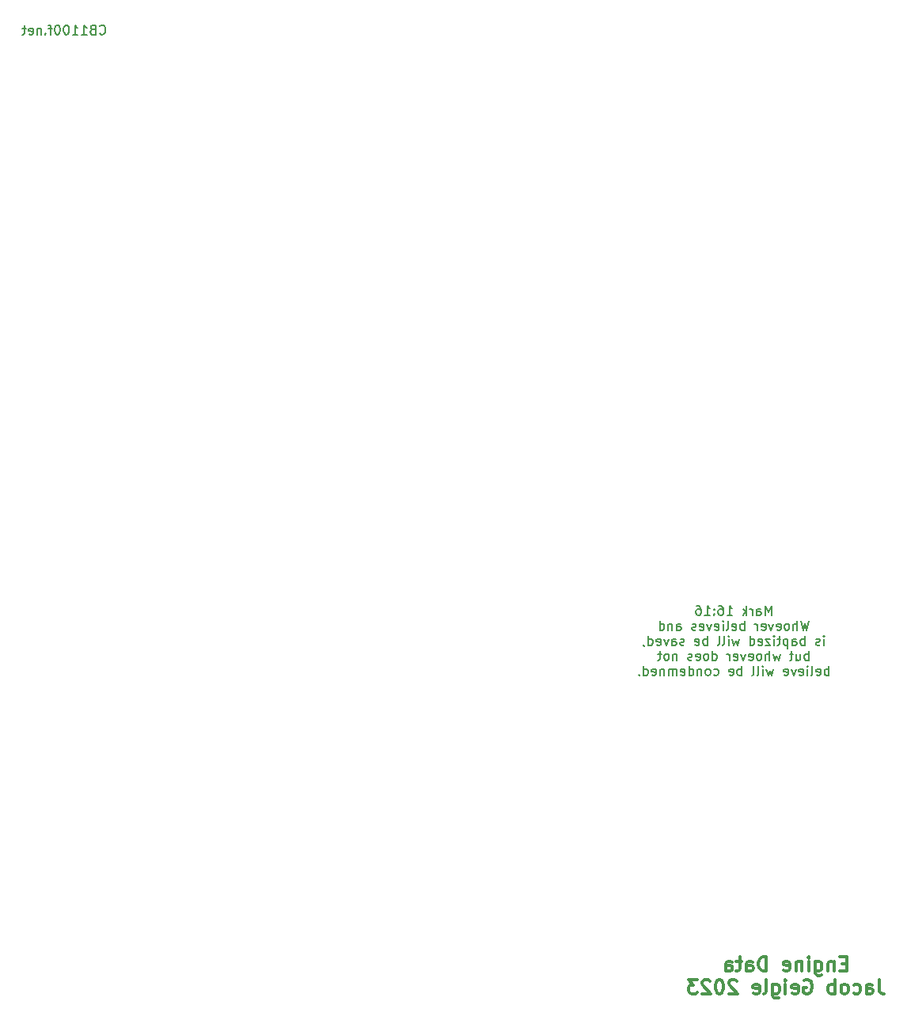
<source format=gbr>
%TF.GenerationSoftware,KiCad,Pcbnew,6.0.2+dfsg-1*%
%TF.CreationDate,2023-06-13T19:55:06-04:00*%
%TF.ProjectId,EngineData,456e6769-6e65-4446-9174-612e6b696361,rev?*%
%TF.SameCoordinates,Original*%
%TF.FileFunction,Legend,Bot*%
%TF.FilePolarity,Positive*%
%FSLAX46Y46*%
G04 Gerber Fmt 4.6, Leading zero omitted, Abs format (unit mm)*
G04 Created by KiCad (PCBNEW 6.0.2+dfsg-1) date 2023-06-13 19:55:06*
%MOMM*%
%LPD*%
G01*
G04 APERTURE LIST*
%ADD10C,0.150000*%
%ADD11C,0.300000*%
%ADD12R,1.800000X1.800000*%
%ADD13O,1.800000X1.800000*%
%ADD14C,2.700000*%
%ADD15R,1.700000X1.700000*%
%ADD16O,1.700000X1.700000*%
%ADD17R,1.600000X1.600000*%
%ADD18C,1.600000*%
%ADD19R,1.260000X1.260000*%
%ADD20C,1.260000*%
%ADD21O,2.000000X2.000000*%
%ADD22R,1.050000X1.500000*%
%ADD23O,1.050000X1.500000*%
%ADD24R,2.200000X2.200000*%
%ADD25O,2.200000X2.200000*%
G04 APERTURE END LIST*
D10*
X181315809Y-113818380D02*
X181315809Y-112818380D01*
X180982476Y-113532666D01*
X180649142Y-112818380D01*
X180649142Y-113818380D01*
X179744380Y-113818380D02*
X179744380Y-113294571D01*
X179792000Y-113199333D01*
X179887238Y-113151714D01*
X180077714Y-113151714D01*
X180172952Y-113199333D01*
X179744380Y-113770761D02*
X179839619Y-113818380D01*
X180077714Y-113818380D01*
X180172952Y-113770761D01*
X180220571Y-113675523D01*
X180220571Y-113580285D01*
X180172952Y-113485047D01*
X180077714Y-113437428D01*
X179839619Y-113437428D01*
X179744380Y-113389809D01*
X179268190Y-113818380D02*
X179268190Y-113151714D01*
X179268190Y-113342190D02*
X179220571Y-113246952D01*
X179172952Y-113199333D01*
X179077714Y-113151714D01*
X178982476Y-113151714D01*
X178649142Y-113818380D02*
X178649142Y-112818380D01*
X178553904Y-113437428D02*
X178268190Y-113818380D01*
X178268190Y-113151714D02*
X178649142Y-113532666D01*
X176553904Y-113818380D02*
X177125333Y-113818380D01*
X176839619Y-113818380D02*
X176839619Y-112818380D01*
X176934857Y-112961238D01*
X177030095Y-113056476D01*
X177125333Y-113104095D01*
X175696761Y-112818380D02*
X175887238Y-112818380D01*
X175982476Y-112866000D01*
X176030095Y-112913619D01*
X176125333Y-113056476D01*
X176172952Y-113246952D01*
X176172952Y-113627904D01*
X176125333Y-113723142D01*
X176077714Y-113770761D01*
X175982476Y-113818380D01*
X175792000Y-113818380D01*
X175696761Y-113770761D01*
X175649142Y-113723142D01*
X175601523Y-113627904D01*
X175601523Y-113389809D01*
X175649142Y-113294571D01*
X175696761Y-113246952D01*
X175792000Y-113199333D01*
X175982476Y-113199333D01*
X176077714Y-113246952D01*
X176125333Y-113294571D01*
X176172952Y-113389809D01*
X175172952Y-113723142D02*
X175125333Y-113770761D01*
X175172952Y-113818380D01*
X175220571Y-113770761D01*
X175172952Y-113723142D01*
X175172952Y-113818380D01*
X175172952Y-113199333D02*
X175125333Y-113246952D01*
X175172952Y-113294571D01*
X175220571Y-113246952D01*
X175172952Y-113199333D01*
X175172952Y-113294571D01*
X174172952Y-113818380D02*
X174744380Y-113818380D01*
X174458666Y-113818380D02*
X174458666Y-112818380D01*
X174553904Y-112961238D01*
X174649142Y-113056476D01*
X174744380Y-113104095D01*
X173315809Y-112818380D02*
X173506285Y-112818380D01*
X173601523Y-112866000D01*
X173649142Y-112913619D01*
X173744380Y-113056476D01*
X173792000Y-113246952D01*
X173792000Y-113627904D01*
X173744380Y-113723142D01*
X173696761Y-113770761D01*
X173601523Y-113818380D01*
X173411047Y-113818380D01*
X173315809Y-113770761D01*
X173268190Y-113723142D01*
X173220571Y-113627904D01*
X173220571Y-113389809D01*
X173268190Y-113294571D01*
X173315809Y-113246952D01*
X173411047Y-113199333D01*
X173601523Y-113199333D01*
X173696761Y-113246952D01*
X173744380Y-113294571D01*
X173792000Y-113389809D01*
X185315809Y-114428380D02*
X185077714Y-115428380D01*
X184887238Y-114714095D01*
X184696761Y-115428380D01*
X184458666Y-114428380D01*
X184077714Y-115428380D02*
X184077714Y-114428380D01*
X183649142Y-115428380D02*
X183649142Y-114904571D01*
X183696761Y-114809333D01*
X183792000Y-114761714D01*
X183934857Y-114761714D01*
X184030095Y-114809333D01*
X184077714Y-114856952D01*
X183030095Y-115428380D02*
X183125333Y-115380761D01*
X183172952Y-115333142D01*
X183220571Y-115237904D01*
X183220571Y-114952190D01*
X183172952Y-114856952D01*
X183125333Y-114809333D01*
X183030095Y-114761714D01*
X182887238Y-114761714D01*
X182792000Y-114809333D01*
X182744380Y-114856952D01*
X182696761Y-114952190D01*
X182696761Y-115237904D01*
X182744380Y-115333142D01*
X182792000Y-115380761D01*
X182887238Y-115428380D01*
X183030095Y-115428380D01*
X181887238Y-115380761D02*
X181982476Y-115428380D01*
X182172952Y-115428380D01*
X182268190Y-115380761D01*
X182315809Y-115285523D01*
X182315809Y-114904571D01*
X182268190Y-114809333D01*
X182172952Y-114761714D01*
X181982476Y-114761714D01*
X181887238Y-114809333D01*
X181839619Y-114904571D01*
X181839619Y-114999809D01*
X182315809Y-115095047D01*
X181506285Y-114761714D02*
X181268190Y-115428380D01*
X181030095Y-114761714D01*
X180268190Y-115380761D02*
X180363428Y-115428380D01*
X180553904Y-115428380D01*
X180649142Y-115380761D01*
X180696761Y-115285523D01*
X180696761Y-114904571D01*
X180649142Y-114809333D01*
X180553904Y-114761714D01*
X180363428Y-114761714D01*
X180268190Y-114809333D01*
X180220571Y-114904571D01*
X180220571Y-114999809D01*
X180696761Y-115095047D01*
X179792000Y-115428380D02*
X179792000Y-114761714D01*
X179792000Y-114952190D02*
X179744380Y-114856952D01*
X179696761Y-114809333D01*
X179601523Y-114761714D01*
X179506285Y-114761714D01*
X178411047Y-115428380D02*
X178411047Y-114428380D01*
X178411047Y-114809333D02*
X178315809Y-114761714D01*
X178125333Y-114761714D01*
X178030095Y-114809333D01*
X177982476Y-114856952D01*
X177934857Y-114952190D01*
X177934857Y-115237904D01*
X177982476Y-115333142D01*
X178030095Y-115380761D01*
X178125333Y-115428380D01*
X178315809Y-115428380D01*
X178411047Y-115380761D01*
X177125333Y-115380761D02*
X177220571Y-115428380D01*
X177411047Y-115428380D01*
X177506285Y-115380761D01*
X177553904Y-115285523D01*
X177553904Y-114904571D01*
X177506285Y-114809333D01*
X177411047Y-114761714D01*
X177220571Y-114761714D01*
X177125333Y-114809333D01*
X177077714Y-114904571D01*
X177077714Y-114999809D01*
X177553904Y-115095047D01*
X176506285Y-115428380D02*
X176601523Y-115380761D01*
X176649142Y-115285523D01*
X176649142Y-114428380D01*
X176125333Y-115428380D02*
X176125333Y-114761714D01*
X176125333Y-114428380D02*
X176172952Y-114476000D01*
X176125333Y-114523619D01*
X176077714Y-114476000D01*
X176125333Y-114428380D01*
X176125333Y-114523619D01*
X175268190Y-115380761D02*
X175363428Y-115428380D01*
X175553904Y-115428380D01*
X175649142Y-115380761D01*
X175696761Y-115285523D01*
X175696761Y-114904571D01*
X175649142Y-114809333D01*
X175553904Y-114761714D01*
X175363428Y-114761714D01*
X175268190Y-114809333D01*
X175220571Y-114904571D01*
X175220571Y-114999809D01*
X175696761Y-115095047D01*
X174887238Y-114761714D02*
X174649142Y-115428380D01*
X174411047Y-114761714D01*
X173649142Y-115380761D02*
X173744380Y-115428380D01*
X173934857Y-115428380D01*
X174030095Y-115380761D01*
X174077714Y-115285523D01*
X174077714Y-114904571D01*
X174030095Y-114809333D01*
X173934857Y-114761714D01*
X173744380Y-114761714D01*
X173649142Y-114809333D01*
X173601523Y-114904571D01*
X173601523Y-114999809D01*
X174077714Y-115095047D01*
X173220571Y-115380761D02*
X173125333Y-115428380D01*
X172934857Y-115428380D01*
X172839619Y-115380761D01*
X172792000Y-115285523D01*
X172792000Y-115237904D01*
X172839619Y-115142666D01*
X172934857Y-115095047D01*
X173077714Y-115095047D01*
X173172952Y-115047428D01*
X173220571Y-114952190D01*
X173220571Y-114904571D01*
X173172952Y-114809333D01*
X173077714Y-114761714D01*
X172934857Y-114761714D01*
X172839619Y-114809333D01*
X171172952Y-115428380D02*
X171172952Y-114904571D01*
X171220571Y-114809333D01*
X171315809Y-114761714D01*
X171506285Y-114761714D01*
X171601523Y-114809333D01*
X171172952Y-115380761D02*
X171268190Y-115428380D01*
X171506285Y-115428380D01*
X171601523Y-115380761D01*
X171649142Y-115285523D01*
X171649142Y-115190285D01*
X171601523Y-115095047D01*
X171506285Y-115047428D01*
X171268190Y-115047428D01*
X171172952Y-114999809D01*
X170696761Y-114761714D02*
X170696761Y-115428380D01*
X170696761Y-114856952D02*
X170649142Y-114809333D01*
X170553904Y-114761714D01*
X170411047Y-114761714D01*
X170315809Y-114809333D01*
X170268190Y-114904571D01*
X170268190Y-115428380D01*
X169363428Y-115428380D02*
X169363428Y-114428380D01*
X169363428Y-115380761D02*
X169458666Y-115428380D01*
X169649142Y-115428380D01*
X169744380Y-115380761D01*
X169792000Y-115333142D01*
X169839619Y-115237904D01*
X169839619Y-114952190D01*
X169792000Y-114856952D01*
X169744380Y-114809333D01*
X169649142Y-114761714D01*
X169458666Y-114761714D01*
X169363428Y-114809333D01*
X186911047Y-117038380D02*
X186911047Y-116371714D01*
X186911047Y-116038380D02*
X186958666Y-116086000D01*
X186911047Y-116133619D01*
X186863428Y-116086000D01*
X186911047Y-116038380D01*
X186911047Y-116133619D01*
X186482476Y-116990761D02*
X186387238Y-117038380D01*
X186196761Y-117038380D01*
X186101523Y-116990761D01*
X186053904Y-116895523D01*
X186053904Y-116847904D01*
X186101523Y-116752666D01*
X186196761Y-116705047D01*
X186339619Y-116705047D01*
X186434857Y-116657428D01*
X186482476Y-116562190D01*
X186482476Y-116514571D01*
X186434857Y-116419333D01*
X186339619Y-116371714D01*
X186196761Y-116371714D01*
X186101523Y-116419333D01*
X184863428Y-117038380D02*
X184863428Y-116038380D01*
X184863428Y-116419333D02*
X184768190Y-116371714D01*
X184577714Y-116371714D01*
X184482476Y-116419333D01*
X184434857Y-116466952D01*
X184387238Y-116562190D01*
X184387238Y-116847904D01*
X184434857Y-116943142D01*
X184482476Y-116990761D01*
X184577714Y-117038380D01*
X184768190Y-117038380D01*
X184863428Y-116990761D01*
X183530095Y-117038380D02*
X183530095Y-116514571D01*
X183577714Y-116419333D01*
X183672952Y-116371714D01*
X183863428Y-116371714D01*
X183958666Y-116419333D01*
X183530095Y-116990761D02*
X183625333Y-117038380D01*
X183863428Y-117038380D01*
X183958666Y-116990761D01*
X184006285Y-116895523D01*
X184006285Y-116800285D01*
X183958666Y-116705047D01*
X183863428Y-116657428D01*
X183625333Y-116657428D01*
X183530095Y-116609809D01*
X183053904Y-116371714D02*
X183053904Y-117371714D01*
X183053904Y-116419333D02*
X182958666Y-116371714D01*
X182768190Y-116371714D01*
X182672952Y-116419333D01*
X182625333Y-116466952D01*
X182577714Y-116562190D01*
X182577714Y-116847904D01*
X182625333Y-116943142D01*
X182672952Y-116990761D01*
X182768190Y-117038380D01*
X182958666Y-117038380D01*
X183053904Y-116990761D01*
X182292000Y-116371714D02*
X181911047Y-116371714D01*
X182149142Y-116038380D02*
X182149142Y-116895523D01*
X182101523Y-116990761D01*
X182006285Y-117038380D01*
X181911047Y-117038380D01*
X181577714Y-117038380D02*
X181577714Y-116371714D01*
X181577714Y-116038380D02*
X181625333Y-116086000D01*
X181577714Y-116133619D01*
X181530095Y-116086000D01*
X181577714Y-116038380D01*
X181577714Y-116133619D01*
X181196761Y-116371714D02*
X180672952Y-116371714D01*
X181196761Y-117038380D01*
X180672952Y-117038380D01*
X179911047Y-116990761D02*
X180006285Y-117038380D01*
X180196761Y-117038380D01*
X180292000Y-116990761D01*
X180339619Y-116895523D01*
X180339619Y-116514571D01*
X180292000Y-116419333D01*
X180196761Y-116371714D01*
X180006285Y-116371714D01*
X179911047Y-116419333D01*
X179863428Y-116514571D01*
X179863428Y-116609809D01*
X180339619Y-116705047D01*
X179006285Y-117038380D02*
X179006285Y-116038380D01*
X179006285Y-116990761D02*
X179101523Y-117038380D01*
X179292000Y-117038380D01*
X179387238Y-116990761D01*
X179434857Y-116943142D01*
X179482476Y-116847904D01*
X179482476Y-116562190D01*
X179434857Y-116466952D01*
X179387238Y-116419333D01*
X179292000Y-116371714D01*
X179101523Y-116371714D01*
X179006285Y-116419333D01*
X177863428Y-116371714D02*
X177672952Y-117038380D01*
X177482476Y-116562190D01*
X177292000Y-117038380D01*
X177101523Y-116371714D01*
X176720571Y-117038380D02*
X176720571Y-116371714D01*
X176720571Y-116038380D02*
X176768190Y-116086000D01*
X176720571Y-116133619D01*
X176672952Y-116086000D01*
X176720571Y-116038380D01*
X176720571Y-116133619D01*
X176101523Y-117038380D02*
X176196761Y-116990761D01*
X176244380Y-116895523D01*
X176244380Y-116038380D01*
X175577714Y-117038380D02*
X175672952Y-116990761D01*
X175720571Y-116895523D01*
X175720571Y-116038380D01*
X174434857Y-117038380D02*
X174434857Y-116038380D01*
X174434857Y-116419333D02*
X174339619Y-116371714D01*
X174149142Y-116371714D01*
X174053904Y-116419333D01*
X174006285Y-116466952D01*
X173958666Y-116562190D01*
X173958666Y-116847904D01*
X174006285Y-116943142D01*
X174053904Y-116990761D01*
X174149142Y-117038380D01*
X174339619Y-117038380D01*
X174434857Y-116990761D01*
X173149142Y-116990761D02*
X173244380Y-117038380D01*
X173434857Y-117038380D01*
X173530095Y-116990761D01*
X173577714Y-116895523D01*
X173577714Y-116514571D01*
X173530095Y-116419333D01*
X173434857Y-116371714D01*
X173244380Y-116371714D01*
X173149142Y-116419333D01*
X173101523Y-116514571D01*
X173101523Y-116609809D01*
X173577714Y-116705047D01*
X171958666Y-116990761D02*
X171863428Y-117038380D01*
X171672952Y-117038380D01*
X171577714Y-116990761D01*
X171530095Y-116895523D01*
X171530095Y-116847904D01*
X171577714Y-116752666D01*
X171672952Y-116705047D01*
X171815809Y-116705047D01*
X171911047Y-116657428D01*
X171958666Y-116562190D01*
X171958666Y-116514571D01*
X171911047Y-116419333D01*
X171815809Y-116371714D01*
X171672952Y-116371714D01*
X171577714Y-116419333D01*
X170672952Y-117038380D02*
X170672952Y-116514571D01*
X170720571Y-116419333D01*
X170815809Y-116371714D01*
X171006285Y-116371714D01*
X171101523Y-116419333D01*
X170672952Y-116990761D02*
X170768190Y-117038380D01*
X171006285Y-117038380D01*
X171101523Y-116990761D01*
X171149142Y-116895523D01*
X171149142Y-116800285D01*
X171101523Y-116705047D01*
X171006285Y-116657428D01*
X170768190Y-116657428D01*
X170672952Y-116609809D01*
X170292000Y-116371714D02*
X170053904Y-117038380D01*
X169815809Y-116371714D01*
X169053904Y-116990761D02*
X169149142Y-117038380D01*
X169339619Y-117038380D01*
X169434857Y-116990761D01*
X169482476Y-116895523D01*
X169482476Y-116514571D01*
X169434857Y-116419333D01*
X169339619Y-116371714D01*
X169149142Y-116371714D01*
X169053904Y-116419333D01*
X169006285Y-116514571D01*
X169006285Y-116609809D01*
X169482476Y-116705047D01*
X168149142Y-117038380D02*
X168149142Y-116038380D01*
X168149142Y-116990761D02*
X168244380Y-117038380D01*
X168434857Y-117038380D01*
X168530095Y-116990761D01*
X168577714Y-116943142D01*
X168625333Y-116847904D01*
X168625333Y-116562190D01*
X168577714Y-116466952D01*
X168530095Y-116419333D01*
X168434857Y-116371714D01*
X168244380Y-116371714D01*
X168149142Y-116419333D01*
X167625333Y-116990761D02*
X167625333Y-117038380D01*
X167672952Y-117133619D01*
X167720571Y-117181238D01*
X185292000Y-118648380D02*
X185292000Y-117648380D01*
X185292000Y-118029333D02*
X185196761Y-117981714D01*
X185006285Y-117981714D01*
X184911047Y-118029333D01*
X184863428Y-118076952D01*
X184815809Y-118172190D01*
X184815809Y-118457904D01*
X184863428Y-118553142D01*
X184911047Y-118600761D01*
X185006285Y-118648380D01*
X185196761Y-118648380D01*
X185292000Y-118600761D01*
X183958666Y-117981714D02*
X183958666Y-118648380D01*
X184387238Y-117981714D02*
X184387238Y-118505523D01*
X184339619Y-118600761D01*
X184244380Y-118648380D01*
X184101523Y-118648380D01*
X184006285Y-118600761D01*
X183958666Y-118553142D01*
X183625333Y-117981714D02*
X183244380Y-117981714D01*
X183482476Y-117648380D02*
X183482476Y-118505523D01*
X183434857Y-118600761D01*
X183339619Y-118648380D01*
X183244380Y-118648380D01*
X182244380Y-117981714D02*
X182053904Y-118648380D01*
X181863428Y-118172190D01*
X181672952Y-118648380D01*
X181482476Y-117981714D01*
X181101523Y-118648380D02*
X181101523Y-117648380D01*
X180672952Y-118648380D02*
X180672952Y-118124571D01*
X180720571Y-118029333D01*
X180815809Y-117981714D01*
X180958666Y-117981714D01*
X181053904Y-118029333D01*
X181101523Y-118076952D01*
X180053904Y-118648380D02*
X180149142Y-118600761D01*
X180196761Y-118553142D01*
X180244380Y-118457904D01*
X180244380Y-118172190D01*
X180196761Y-118076952D01*
X180149142Y-118029333D01*
X180053904Y-117981714D01*
X179911047Y-117981714D01*
X179815809Y-118029333D01*
X179768190Y-118076952D01*
X179720571Y-118172190D01*
X179720571Y-118457904D01*
X179768190Y-118553142D01*
X179815809Y-118600761D01*
X179911047Y-118648380D01*
X180053904Y-118648380D01*
X178911047Y-118600761D02*
X179006285Y-118648380D01*
X179196761Y-118648380D01*
X179292000Y-118600761D01*
X179339619Y-118505523D01*
X179339619Y-118124571D01*
X179292000Y-118029333D01*
X179196761Y-117981714D01*
X179006285Y-117981714D01*
X178911047Y-118029333D01*
X178863428Y-118124571D01*
X178863428Y-118219809D01*
X179339619Y-118315047D01*
X178530095Y-117981714D02*
X178292000Y-118648380D01*
X178053904Y-117981714D01*
X177292000Y-118600761D02*
X177387238Y-118648380D01*
X177577714Y-118648380D01*
X177672952Y-118600761D01*
X177720571Y-118505523D01*
X177720571Y-118124571D01*
X177672952Y-118029333D01*
X177577714Y-117981714D01*
X177387238Y-117981714D01*
X177292000Y-118029333D01*
X177244380Y-118124571D01*
X177244380Y-118219809D01*
X177720571Y-118315047D01*
X176815809Y-118648380D02*
X176815809Y-117981714D01*
X176815809Y-118172190D02*
X176768190Y-118076952D01*
X176720571Y-118029333D01*
X176625333Y-117981714D01*
X176530095Y-117981714D01*
X175006285Y-118648380D02*
X175006285Y-117648380D01*
X175006285Y-118600761D02*
X175101523Y-118648380D01*
X175292000Y-118648380D01*
X175387238Y-118600761D01*
X175434857Y-118553142D01*
X175482476Y-118457904D01*
X175482476Y-118172190D01*
X175434857Y-118076952D01*
X175387238Y-118029333D01*
X175292000Y-117981714D01*
X175101523Y-117981714D01*
X175006285Y-118029333D01*
X174387238Y-118648380D02*
X174482476Y-118600761D01*
X174530095Y-118553142D01*
X174577714Y-118457904D01*
X174577714Y-118172190D01*
X174530095Y-118076952D01*
X174482476Y-118029333D01*
X174387238Y-117981714D01*
X174244380Y-117981714D01*
X174149142Y-118029333D01*
X174101523Y-118076952D01*
X174053904Y-118172190D01*
X174053904Y-118457904D01*
X174101523Y-118553142D01*
X174149142Y-118600761D01*
X174244380Y-118648380D01*
X174387238Y-118648380D01*
X173244380Y-118600761D02*
X173339619Y-118648380D01*
X173530095Y-118648380D01*
X173625333Y-118600761D01*
X173672952Y-118505523D01*
X173672952Y-118124571D01*
X173625333Y-118029333D01*
X173530095Y-117981714D01*
X173339619Y-117981714D01*
X173244380Y-118029333D01*
X173196761Y-118124571D01*
X173196761Y-118219809D01*
X173672952Y-118315047D01*
X172815809Y-118600761D02*
X172720571Y-118648380D01*
X172530095Y-118648380D01*
X172434857Y-118600761D01*
X172387238Y-118505523D01*
X172387238Y-118457904D01*
X172434857Y-118362666D01*
X172530095Y-118315047D01*
X172672952Y-118315047D01*
X172768190Y-118267428D01*
X172815809Y-118172190D01*
X172815809Y-118124571D01*
X172768190Y-118029333D01*
X172672952Y-117981714D01*
X172530095Y-117981714D01*
X172434857Y-118029333D01*
X171196761Y-117981714D02*
X171196761Y-118648380D01*
X171196761Y-118076952D02*
X171149142Y-118029333D01*
X171053904Y-117981714D01*
X170911047Y-117981714D01*
X170815809Y-118029333D01*
X170768190Y-118124571D01*
X170768190Y-118648380D01*
X170149142Y-118648380D02*
X170244380Y-118600761D01*
X170292000Y-118553142D01*
X170339619Y-118457904D01*
X170339619Y-118172190D01*
X170292000Y-118076952D01*
X170244380Y-118029333D01*
X170149142Y-117981714D01*
X170006285Y-117981714D01*
X169911047Y-118029333D01*
X169863428Y-118076952D01*
X169815809Y-118172190D01*
X169815809Y-118457904D01*
X169863428Y-118553142D01*
X169911047Y-118600761D01*
X170006285Y-118648380D01*
X170149142Y-118648380D01*
X169530095Y-117981714D02*
X169149142Y-117981714D01*
X169387238Y-117648380D02*
X169387238Y-118505523D01*
X169339619Y-118600761D01*
X169244380Y-118648380D01*
X169149142Y-118648380D01*
X187434857Y-120258380D02*
X187434857Y-119258380D01*
X187434857Y-119639333D02*
X187339619Y-119591714D01*
X187149142Y-119591714D01*
X187053904Y-119639333D01*
X187006285Y-119686952D01*
X186958666Y-119782190D01*
X186958666Y-120067904D01*
X187006285Y-120163142D01*
X187053904Y-120210761D01*
X187149142Y-120258380D01*
X187339619Y-120258380D01*
X187434857Y-120210761D01*
X186149142Y-120210761D02*
X186244380Y-120258380D01*
X186434857Y-120258380D01*
X186530095Y-120210761D01*
X186577714Y-120115523D01*
X186577714Y-119734571D01*
X186530095Y-119639333D01*
X186434857Y-119591714D01*
X186244380Y-119591714D01*
X186149142Y-119639333D01*
X186101523Y-119734571D01*
X186101523Y-119829809D01*
X186577714Y-119925047D01*
X185530095Y-120258380D02*
X185625333Y-120210761D01*
X185672952Y-120115523D01*
X185672952Y-119258380D01*
X185149142Y-120258380D02*
X185149142Y-119591714D01*
X185149142Y-119258380D02*
X185196761Y-119306000D01*
X185149142Y-119353619D01*
X185101523Y-119306000D01*
X185149142Y-119258380D01*
X185149142Y-119353619D01*
X184292000Y-120210761D02*
X184387238Y-120258380D01*
X184577714Y-120258380D01*
X184672952Y-120210761D01*
X184720571Y-120115523D01*
X184720571Y-119734571D01*
X184672952Y-119639333D01*
X184577714Y-119591714D01*
X184387238Y-119591714D01*
X184292000Y-119639333D01*
X184244380Y-119734571D01*
X184244380Y-119829809D01*
X184720571Y-119925047D01*
X183911047Y-119591714D02*
X183672952Y-120258380D01*
X183434857Y-119591714D01*
X182672952Y-120210761D02*
X182768190Y-120258380D01*
X182958666Y-120258380D01*
X183053904Y-120210761D01*
X183101523Y-120115523D01*
X183101523Y-119734571D01*
X183053904Y-119639333D01*
X182958666Y-119591714D01*
X182768190Y-119591714D01*
X182672952Y-119639333D01*
X182625333Y-119734571D01*
X182625333Y-119829809D01*
X183101523Y-119925047D01*
X181530095Y-119591714D02*
X181339619Y-120258380D01*
X181149142Y-119782190D01*
X180958666Y-120258380D01*
X180768190Y-119591714D01*
X180387238Y-120258380D02*
X180387238Y-119591714D01*
X180387238Y-119258380D02*
X180434857Y-119306000D01*
X180387238Y-119353619D01*
X180339619Y-119306000D01*
X180387238Y-119258380D01*
X180387238Y-119353619D01*
X179768190Y-120258380D02*
X179863428Y-120210761D01*
X179911047Y-120115523D01*
X179911047Y-119258380D01*
X179244380Y-120258380D02*
X179339619Y-120210761D01*
X179387238Y-120115523D01*
X179387238Y-119258380D01*
X178101523Y-120258380D02*
X178101523Y-119258380D01*
X178101523Y-119639333D02*
X178006285Y-119591714D01*
X177815809Y-119591714D01*
X177720571Y-119639333D01*
X177672952Y-119686952D01*
X177625333Y-119782190D01*
X177625333Y-120067904D01*
X177672952Y-120163142D01*
X177720571Y-120210761D01*
X177815809Y-120258380D01*
X178006285Y-120258380D01*
X178101523Y-120210761D01*
X176815809Y-120210761D02*
X176911047Y-120258380D01*
X177101523Y-120258380D01*
X177196761Y-120210761D01*
X177244380Y-120115523D01*
X177244380Y-119734571D01*
X177196761Y-119639333D01*
X177101523Y-119591714D01*
X176911047Y-119591714D01*
X176815809Y-119639333D01*
X176768190Y-119734571D01*
X176768190Y-119829809D01*
X177244380Y-119925047D01*
X175149142Y-120210761D02*
X175244380Y-120258380D01*
X175434857Y-120258380D01*
X175530095Y-120210761D01*
X175577714Y-120163142D01*
X175625333Y-120067904D01*
X175625333Y-119782190D01*
X175577714Y-119686952D01*
X175530095Y-119639333D01*
X175434857Y-119591714D01*
X175244380Y-119591714D01*
X175149142Y-119639333D01*
X174577714Y-120258380D02*
X174672952Y-120210761D01*
X174720571Y-120163142D01*
X174768190Y-120067904D01*
X174768190Y-119782190D01*
X174720571Y-119686952D01*
X174672952Y-119639333D01*
X174577714Y-119591714D01*
X174434857Y-119591714D01*
X174339619Y-119639333D01*
X174292000Y-119686952D01*
X174244380Y-119782190D01*
X174244380Y-120067904D01*
X174292000Y-120163142D01*
X174339619Y-120210761D01*
X174434857Y-120258380D01*
X174577714Y-120258380D01*
X173815809Y-119591714D02*
X173815809Y-120258380D01*
X173815809Y-119686952D02*
X173768190Y-119639333D01*
X173672952Y-119591714D01*
X173530095Y-119591714D01*
X173434857Y-119639333D01*
X173387238Y-119734571D01*
X173387238Y-120258380D01*
X172482476Y-120258380D02*
X172482476Y-119258380D01*
X172482476Y-120210761D02*
X172577714Y-120258380D01*
X172768190Y-120258380D01*
X172863428Y-120210761D01*
X172911047Y-120163142D01*
X172958666Y-120067904D01*
X172958666Y-119782190D01*
X172911047Y-119686952D01*
X172863428Y-119639333D01*
X172768190Y-119591714D01*
X172577714Y-119591714D01*
X172482476Y-119639333D01*
X171625333Y-120210761D02*
X171720571Y-120258380D01*
X171911047Y-120258380D01*
X172006285Y-120210761D01*
X172053904Y-120115523D01*
X172053904Y-119734571D01*
X172006285Y-119639333D01*
X171911047Y-119591714D01*
X171720571Y-119591714D01*
X171625333Y-119639333D01*
X171577714Y-119734571D01*
X171577714Y-119829809D01*
X172053904Y-119925047D01*
X171149142Y-120258380D02*
X171149142Y-119591714D01*
X171149142Y-119686952D02*
X171101523Y-119639333D01*
X171006285Y-119591714D01*
X170863428Y-119591714D01*
X170768190Y-119639333D01*
X170720571Y-119734571D01*
X170720571Y-120258380D01*
X170720571Y-119734571D02*
X170672952Y-119639333D01*
X170577714Y-119591714D01*
X170434857Y-119591714D01*
X170339619Y-119639333D01*
X170292000Y-119734571D01*
X170292000Y-120258380D01*
X169815809Y-119591714D02*
X169815809Y-120258380D01*
X169815809Y-119686952D02*
X169768190Y-119639333D01*
X169672952Y-119591714D01*
X169530095Y-119591714D01*
X169434857Y-119639333D01*
X169387238Y-119734571D01*
X169387238Y-120258380D01*
X168530095Y-120210761D02*
X168625333Y-120258380D01*
X168815809Y-120258380D01*
X168911047Y-120210761D01*
X168958666Y-120115523D01*
X168958666Y-119734571D01*
X168911047Y-119639333D01*
X168815809Y-119591714D01*
X168625333Y-119591714D01*
X168530095Y-119639333D01*
X168482476Y-119734571D01*
X168482476Y-119829809D01*
X168958666Y-119925047D01*
X167625333Y-120258380D02*
X167625333Y-119258380D01*
X167625333Y-120210761D02*
X167720571Y-120258380D01*
X167911047Y-120258380D01*
X168006285Y-120210761D01*
X168053904Y-120163142D01*
X168101523Y-120067904D01*
X168101523Y-119782190D01*
X168053904Y-119686952D01*
X168006285Y-119639333D01*
X167911047Y-119591714D01*
X167720571Y-119591714D01*
X167625333Y-119639333D01*
X167149142Y-120163142D02*
X167101523Y-120210761D01*
X167149142Y-120258380D01*
X167196761Y-120210761D01*
X167149142Y-120163142D01*
X167149142Y-120258380D01*
X109449714Y-51665142D02*
X109497333Y-51712761D01*
X109640190Y-51760380D01*
X109735428Y-51760380D01*
X109878285Y-51712761D01*
X109973523Y-51617523D01*
X110021142Y-51522285D01*
X110068761Y-51331809D01*
X110068761Y-51188952D01*
X110021142Y-50998476D01*
X109973523Y-50903238D01*
X109878285Y-50808000D01*
X109735428Y-50760380D01*
X109640190Y-50760380D01*
X109497333Y-50808000D01*
X109449714Y-50855619D01*
X108687809Y-51236571D02*
X108544952Y-51284190D01*
X108497333Y-51331809D01*
X108449714Y-51427047D01*
X108449714Y-51569904D01*
X108497333Y-51665142D01*
X108544952Y-51712761D01*
X108640190Y-51760380D01*
X109021142Y-51760380D01*
X109021142Y-50760380D01*
X108687809Y-50760380D01*
X108592571Y-50808000D01*
X108544952Y-50855619D01*
X108497333Y-50950857D01*
X108497333Y-51046095D01*
X108544952Y-51141333D01*
X108592571Y-51188952D01*
X108687809Y-51236571D01*
X109021142Y-51236571D01*
X107497333Y-51760380D02*
X108068761Y-51760380D01*
X107783047Y-51760380D02*
X107783047Y-50760380D01*
X107878285Y-50903238D01*
X107973523Y-50998476D01*
X108068761Y-51046095D01*
X106544952Y-51760380D02*
X107116380Y-51760380D01*
X106830666Y-51760380D02*
X106830666Y-50760380D01*
X106925904Y-50903238D01*
X107021142Y-50998476D01*
X107116380Y-51046095D01*
X105925904Y-50760380D02*
X105830666Y-50760380D01*
X105735428Y-50808000D01*
X105687809Y-50855619D01*
X105640190Y-50950857D01*
X105592571Y-51141333D01*
X105592571Y-51379428D01*
X105640190Y-51569904D01*
X105687809Y-51665142D01*
X105735428Y-51712761D01*
X105830666Y-51760380D01*
X105925904Y-51760380D01*
X106021142Y-51712761D01*
X106068761Y-51665142D01*
X106116380Y-51569904D01*
X106164000Y-51379428D01*
X106164000Y-51141333D01*
X106116380Y-50950857D01*
X106068761Y-50855619D01*
X106021142Y-50808000D01*
X105925904Y-50760380D01*
X104973523Y-50760380D02*
X104878285Y-50760380D01*
X104783047Y-50808000D01*
X104735428Y-50855619D01*
X104687809Y-50950857D01*
X104640190Y-51141333D01*
X104640190Y-51379428D01*
X104687809Y-51569904D01*
X104735428Y-51665142D01*
X104783047Y-51712761D01*
X104878285Y-51760380D01*
X104973523Y-51760380D01*
X105068761Y-51712761D01*
X105116380Y-51665142D01*
X105164000Y-51569904D01*
X105211619Y-51379428D01*
X105211619Y-51141333D01*
X105164000Y-50950857D01*
X105116380Y-50855619D01*
X105068761Y-50808000D01*
X104973523Y-50760380D01*
X104354476Y-51093714D02*
X103973523Y-51093714D01*
X104211619Y-51760380D02*
X104211619Y-50903238D01*
X104164000Y-50808000D01*
X104068761Y-50760380D01*
X103973523Y-50760380D01*
X103640190Y-51665142D02*
X103592571Y-51712761D01*
X103640190Y-51760380D01*
X103687809Y-51712761D01*
X103640190Y-51665142D01*
X103640190Y-51760380D01*
X103164000Y-51093714D02*
X103164000Y-51760380D01*
X103164000Y-51188952D02*
X103116380Y-51141333D01*
X103021142Y-51093714D01*
X102878285Y-51093714D01*
X102783047Y-51141333D01*
X102735428Y-51236571D01*
X102735428Y-51760380D01*
X101878285Y-51712761D02*
X101973523Y-51760380D01*
X102164000Y-51760380D01*
X102259238Y-51712761D01*
X102306857Y-51617523D01*
X102306857Y-51236571D01*
X102259238Y-51141333D01*
X102164000Y-51093714D01*
X101973523Y-51093714D01*
X101878285Y-51141333D01*
X101830666Y-51236571D01*
X101830666Y-51331809D01*
X102306857Y-51427047D01*
X101544952Y-51093714D02*
X101164000Y-51093714D01*
X101402095Y-50760380D02*
X101402095Y-51617523D01*
X101354476Y-51712761D01*
X101259238Y-51760380D01*
X101164000Y-51760380D01*
D11*
X189344285Y-151085357D02*
X188844285Y-151085357D01*
X188630000Y-151871071D02*
X189344285Y-151871071D01*
X189344285Y-150371071D01*
X188630000Y-150371071D01*
X187987142Y-150871071D02*
X187987142Y-151871071D01*
X187987142Y-151013928D02*
X187915714Y-150942500D01*
X187772857Y-150871071D01*
X187558571Y-150871071D01*
X187415714Y-150942500D01*
X187344285Y-151085357D01*
X187344285Y-151871071D01*
X185987142Y-150871071D02*
X185987142Y-152085357D01*
X186058571Y-152228214D01*
X186130000Y-152299642D01*
X186272857Y-152371071D01*
X186487142Y-152371071D01*
X186630000Y-152299642D01*
X185987142Y-151799642D02*
X186130000Y-151871071D01*
X186415714Y-151871071D01*
X186558571Y-151799642D01*
X186630000Y-151728214D01*
X186701428Y-151585357D01*
X186701428Y-151156785D01*
X186630000Y-151013928D01*
X186558571Y-150942500D01*
X186415714Y-150871071D01*
X186130000Y-150871071D01*
X185987142Y-150942500D01*
X185272857Y-151871071D02*
X185272857Y-150871071D01*
X185272857Y-150371071D02*
X185344285Y-150442500D01*
X185272857Y-150513928D01*
X185201428Y-150442500D01*
X185272857Y-150371071D01*
X185272857Y-150513928D01*
X184558571Y-150871071D02*
X184558571Y-151871071D01*
X184558571Y-151013928D02*
X184487142Y-150942500D01*
X184344285Y-150871071D01*
X184130000Y-150871071D01*
X183987142Y-150942500D01*
X183915714Y-151085357D01*
X183915714Y-151871071D01*
X182630000Y-151799642D02*
X182772857Y-151871071D01*
X183058571Y-151871071D01*
X183201428Y-151799642D01*
X183272857Y-151656785D01*
X183272857Y-151085357D01*
X183201428Y-150942500D01*
X183058571Y-150871071D01*
X182772857Y-150871071D01*
X182630000Y-150942500D01*
X182558571Y-151085357D01*
X182558571Y-151228214D01*
X183272857Y-151371071D01*
X180772857Y-151871071D02*
X180772857Y-150371071D01*
X180415714Y-150371071D01*
X180201428Y-150442500D01*
X180058571Y-150585357D01*
X179987142Y-150728214D01*
X179915714Y-151013928D01*
X179915714Y-151228214D01*
X179987142Y-151513928D01*
X180058571Y-151656785D01*
X180201428Y-151799642D01*
X180415714Y-151871071D01*
X180772857Y-151871071D01*
X178630000Y-151871071D02*
X178630000Y-151085357D01*
X178701428Y-150942500D01*
X178844285Y-150871071D01*
X179130000Y-150871071D01*
X179272857Y-150942500D01*
X178630000Y-151799642D02*
X178772857Y-151871071D01*
X179130000Y-151871071D01*
X179272857Y-151799642D01*
X179344285Y-151656785D01*
X179344285Y-151513928D01*
X179272857Y-151371071D01*
X179130000Y-151299642D01*
X178772857Y-151299642D01*
X178630000Y-151228214D01*
X178130000Y-150871071D02*
X177558571Y-150871071D01*
X177915714Y-150371071D02*
X177915714Y-151656785D01*
X177844285Y-151799642D01*
X177701428Y-151871071D01*
X177558571Y-151871071D01*
X176415714Y-151871071D02*
X176415714Y-151085357D01*
X176487142Y-150942500D01*
X176630000Y-150871071D01*
X176915714Y-150871071D01*
X177058571Y-150942500D01*
X176415714Y-151799642D02*
X176558571Y-151871071D01*
X176915714Y-151871071D01*
X177058571Y-151799642D01*
X177130000Y-151656785D01*
X177130000Y-151513928D01*
X177058571Y-151371071D01*
X176915714Y-151299642D01*
X176558571Y-151299642D01*
X176415714Y-151228214D01*
X192808571Y-152786071D02*
X192808571Y-153857500D01*
X192880000Y-154071785D01*
X193022857Y-154214642D01*
X193237142Y-154286071D01*
X193380000Y-154286071D01*
X191451428Y-154286071D02*
X191451428Y-153500357D01*
X191522857Y-153357500D01*
X191665714Y-153286071D01*
X191951428Y-153286071D01*
X192094285Y-153357500D01*
X191451428Y-154214642D02*
X191594285Y-154286071D01*
X191951428Y-154286071D01*
X192094285Y-154214642D01*
X192165714Y-154071785D01*
X192165714Y-153928928D01*
X192094285Y-153786071D01*
X191951428Y-153714642D01*
X191594285Y-153714642D01*
X191451428Y-153643214D01*
X190094285Y-154214642D02*
X190237142Y-154286071D01*
X190522857Y-154286071D01*
X190665714Y-154214642D01*
X190737142Y-154143214D01*
X190808571Y-154000357D01*
X190808571Y-153571785D01*
X190737142Y-153428928D01*
X190665714Y-153357500D01*
X190522857Y-153286071D01*
X190237142Y-153286071D01*
X190094285Y-153357500D01*
X189237142Y-154286071D02*
X189380000Y-154214642D01*
X189451428Y-154143214D01*
X189522857Y-154000357D01*
X189522857Y-153571785D01*
X189451428Y-153428928D01*
X189380000Y-153357500D01*
X189237142Y-153286071D01*
X189022857Y-153286071D01*
X188880000Y-153357500D01*
X188808571Y-153428928D01*
X188737142Y-153571785D01*
X188737142Y-154000357D01*
X188808571Y-154143214D01*
X188880000Y-154214642D01*
X189022857Y-154286071D01*
X189237142Y-154286071D01*
X188094285Y-154286071D02*
X188094285Y-152786071D01*
X188094285Y-153357500D02*
X187951428Y-153286071D01*
X187665714Y-153286071D01*
X187522857Y-153357500D01*
X187451428Y-153428928D01*
X187380000Y-153571785D01*
X187380000Y-154000357D01*
X187451428Y-154143214D01*
X187522857Y-154214642D01*
X187665714Y-154286071D01*
X187951428Y-154286071D01*
X188094285Y-154214642D01*
X184808571Y-152857500D02*
X184951428Y-152786071D01*
X185165714Y-152786071D01*
X185380000Y-152857500D01*
X185522857Y-153000357D01*
X185594285Y-153143214D01*
X185665714Y-153428928D01*
X185665714Y-153643214D01*
X185594285Y-153928928D01*
X185522857Y-154071785D01*
X185380000Y-154214642D01*
X185165714Y-154286071D01*
X185022857Y-154286071D01*
X184808571Y-154214642D01*
X184737142Y-154143214D01*
X184737142Y-153643214D01*
X185022857Y-153643214D01*
X183522857Y-154214642D02*
X183665714Y-154286071D01*
X183951428Y-154286071D01*
X184094285Y-154214642D01*
X184165714Y-154071785D01*
X184165714Y-153500357D01*
X184094285Y-153357500D01*
X183951428Y-153286071D01*
X183665714Y-153286071D01*
X183522857Y-153357500D01*
X183451428Y-153500357D01*
X183451428Y-153643214D01*
X184165714Y-153786071D01*
X182808571Y-154286071D02*
X182808571Y-153286071D01*
X182808571Y-152786071D02*
X182880000Y-152857500D01*
X182808571Y-152928928D01*
X182737142Y-152857500D01*
X182808571Y-152786071D01*
X182808571Y-152928928D01*
X181451428Y-153286071D02*
X181451428Y-154500357D01*
X181522857Y-154643214D01*
X181594285Y-154714642D01*
X181737142Y-154786071D01*
X181951428Y-154786071D01*
X182094285Y-154714642D01*
X181451428Y-154214642D02*
X181594285Y-154286071D01*
X181880000Y-154286071D01*
X182022857Y-154214642D01*
X182094285Y-154143214D01*
X182165714Y-154000357D01*
X182165714Y-153571785D01*
X182094285Y-153428928D01*
X182022857Y-153357500D01*
X181880000Y-153286071D01*
X181594285Y-153286071D01*
X181451428Y-153357500D01*
X180522857Y-154286071D02*
X180665714Y-154214642D01*
X180737142Y-154071785D01*
X180737142Y-152786071D01*
X179380000Y-154214642D02*
X179522857Y-154286071D01*
X179808571Y-154286071D01*
X179951428Y-154214642D01*
X180022857Y-154071785D01*
X180022857Y-153500357D01*
X179951428Y-153357500D01*
X179808571Y-153286071D01*
X179522857Y-153286071D01*
X179380000Y-153357500D01*
X179308571Y-153500357D01*
X179308571Y-153643214D01*
X180022857Y-153786071D01*
X177594285Y-152928928D02*
X177522857Y-152857500D01*
X177380000Y-152786071D01*
X177022857Y-152786071D01*
X176880000Y-152857500D01*
X176808571Y-152928928D01*
X176737142Y-153071785D01*
X176737142Y-153214642D01*
X176808571Y-153428928D01*
X177665714Y-154286071D01*
X176737142Y-154286071D01*
X175808571Y-152786071D02*
X175665714Y-152786071D01*
X175522857Y-152857500D01*
X175451428Y-152928928D01*
X175380000Y-153071785D01*
X175308571Y-153357500D01*
X175308571Y-153714642D01*
X175380000Y-154000357D01*
X175451428Y-154143214D01*
X175522857Y-154214642D01*
X175665714Y-154286071D01*
X175808571Y-154286071D01*
X175951428Y-154214642D01*
X176022857Y-154143214D01*
X176094285Y-154000357D01*
X176165714Y-153714642D01*
X176165714Y-153357500D01*
X176094285Y-153071785D01*
X176022857Y-152928928D01*
X175951428Y-152857500D01*
X175808571Y-152786071D01*
X174737142Y-152928928D02*
X174665714Y-152857500D01*
X174522857Y-152786071D01*
X174165714Y-152786071D01*
X174022857Y-152857500D01*
X173951428Y-152928928D01*
X173880000Y-153071785D01*
X173880000Y-153214642D01*
X173951428Y-153428928D01*
X174808571Y-154286071D01*
X173880000Y-154286071D01*
X173380000Y-152786071D02*
X172451428Y-152786071D01*
X172951428Y-153357500D01*
X172737142Y-153357500D01*
X172594285Y-153428928D01*
X172522857Y-153500357D01*
X172451428Y-153643214D01*
X172451428Y-154000357D01*
X172522857Y-154143214D01*
X172594285Y-154214642D01*
X172737142Y-154286071D01*
X173165714Y-154286071D01*
X173308571Y-154214642D01*
X173380000Y-154143214D01*
%LPC*%
D12*
%TO.C,D3*%
X116967000Y-122428000D03*
D13*
X116967000Y-130048000D03*
%TD*%
D14*
%TO.C,H5*%
X154774000Y-87249000D03*
%TD*%
D15*
%TO.C,J11*%
X180335000Y-59812000D03*
D16*
X182875000Y-59812000D03*
X180335000Y-62352000D03*
X182875000Y-62352000D03*
%TD*%
D15*
%TO.C,J13*%
X180335000Y-50409000D03*
D16*
X182875000Y-50409000D03*
X180335000Y-52949000D03*
X182875000Y-52949000D03*
%TD*%
D15*
%TO.C,J9*%
X136618000Y-140081000D03*
D16*
X136618000Y-142621000D03*
X136618000Y-145161000D03*
X136618000Y-147701000D03*
X136618000Y-150241000D03*
X136618000Y-152781000D03*
%TD*%
D15*
%TO.C,J5*%
X134835000Y-114173000D03*
D16*
X137375000Y-114173000D03*
X139915000Y-114173000D03*
X142455000Y-114173000D03*
X144995000Y-114173000D03*
X147535000Y-114173000D03*
X150075000Y-114173000D03*
X152615000Y-114173000D03*
%TD*%
D14*
%TO.C,H6*%
X154774000Y-64249000D03*
%TD*%
D15*
%TO.C,J3*%
X101820000Y-103764000D03*
D16*
X101820000Y-101224000D03*
X104360000Y-103764000D03*
X104360000Y-101224000D03*
X106900000Y-103764000D03*
X106900000Y-101224000D03*
X109440000Y-103764000D03*
X109440000Y-101224000D03*
X111980000Y-103764000D03*
X111980000Y-101224000D03*
X114520000Y-103764000D03*
X114520000Y-101224000D03*
X117060000Y-103764000D03*
X117060000Y-101224000D03*
X119600000Y-103764000D03*
X119600000Y-101224000D03*
X122140000Y-103764000D03*
X122140000Y-101224000D03*
X124680000Y-103764000D03*
X124680000Y-101224000D03*
X127220000Y-103764000D03*
X127220000Y-101224000D03*
X129760000Y-103764000D03*
X129760000Y-101224000D03*
X132300000Y-103764000D03*
X132300000Y-101224000D03*
X134840000Y-103764000D03*
X134840000Y-101224000D03*
X137380000Y-103764000D03*
X137380000Y-101224000D03*
X139920000Y-103764000D03*
X139920000Y-101224000D03*
X142460000Y-103764000D03*
X142460000Y-101224000D03*
X145000000Y-103764000D03*
X145000000Y-101224000D03*
X147540000Y-103764000D03*
X147540000Y-101224000D03*
X150080000Y-103764000D03*
X150080000Y-101224000D03*
%TD*%
D15*
%TO.C,J14*%
X172207000Y-50409000D03*
D16*
X174747000Y-50409000D03*
X172207000Y-52949000D03*
X174747000Y-52949000D03*
%TD*%
D15*
%TO.C,J6*%
X144995000Y-116713000D03*
D16*
X144995000Y-119253000D03*
X144995000Y-121793000D03*
X144995000Y-124333000D03*
%TD*%
D15*
%TO.C,J16*%
X142250000Y-50673000D03*
D16*
X144790000Y-50673000D03*
X147330000Y-50673000D03*
X149870000Y-50673000D03*
%TD*%
D14*
%TO.C,H1*%
X96901000Y-102616000D03*
%TD*%
D17*
%TO.C,C8*%
X186434349Y-74422000D03*
D18*
X189934349Y-74422000D03*
%TD*%
D15*
%TO.C,J8*%
X124680000Y-140081000D03*
D16*
X124680000Y-142621000D03*
X124680000Y-145161000D03*
X124680000Y-147701000D03*
X124680000Y-150241000D03*
X124680000Y-152781000D03*
%TD*%
D15*
%TO.C,J2*%
X176667000Y-132842000D03*
D16*
X179207000Y-132842000D03*
X181747000Y-132842000D03*
X184287000Y-132842000D03*
%TD*%
D17*
%TO.C,C10*%
X173099349Y-74422000D03*
D18*
X176599349Y-74422000D03*
%TD*%
D15*
%TO.C,J15*%
X123073000Y-50673000D03*
D16*
X125613000Y-50673000D03*
X128153000Y-50673000D03*
X130693000Y-50673000D03*
%TD*%
D14*
%TO.C,H3*%
X96901000Y-151616000D03*
%TD*%
D15*
%TO.C,J10*%
X101688000Y-88506000D03*
D16*
X101688000Y-85966000D03*
X104228000Y-88506000D03*
X104228000Y-85966000D03*
X106768000Y-88506000D03*
X106768000Y-85966000D03*
X109308000Y-88506000D03*
X109308000Y-85966000D03*
X111848000Y-88506000D03*
X111848000Y-85966000D03*
X114388000Y-88506000D03*
X114388000Y-85966000D03*
X116928000Y-88506000D03*
X116928000Y-85966000D03*
X119468000Y-88506000D03*
X119468000Y-85966000D03*
X122008000Y-88506000D03*
X122008000Y-85966000D03*
X124548000Y-88506000D03*
X124548000Y-85966000D03*
X127088000Y-88506000D03*
X127088000Y-85966000D03*
X129628000Y-88506000D03*
X129628000Y-85966000D03*
X132168000Y-88506000D03*
X132168000Y-85966000D03*
X134708000Y-88506000D03*
X134708000Y-85966000D03*
X137248000Y-88506000D03*
X137248000Y-85966000D03*
X139788000Y-88506000D03*
X139788000Y-85966000D03*
X142328000Y-88506000D03*
X142328000Y-85966000D03*
X144868000Y-88506000D03*
X144868000Y-85966000D03*
X147408000Y-88506000D03*
X147408000Y-85966000D03*
X149948000Y-88506000D03*
X149948000Y-85966000D03*
%TD*%
D19*
%TO.C,U1*%
X160106500Y-74930000D03*
D20*
X160106500Y-77470000D03*
X160106500Y-80010000D03*
X167726500Y-80010000D03*
X167726500Y-77470000D03*
X167726500Y-74930000D03*
%TD*%
D21*
%TO.C,J4*%
X96901000Y-141323000D03*
X96901000Y-137823000D03*
%TD*%
D15*
%TO.C,J1*%
X182748000Y-91943000D03*
D16*
X182748000Y-94483000D03*
X180208000Y-91943000D03*
X180208000Y-94483000D03*
X177668000Y-91943000D03*
X177668000Y-94483000D03*
X175128000Y-91943000D03*
X175128000Y-94483000D03*
X172588000Y-91943000D03*
X172588000Y-94483000D03*
%TD*%
D14*
%TO.C,H8*%
X96774000Y-87249000D03*
%TD*%
%TO.C,H7*%
X96774000Y-64249000D03*
%TD*%
D22*
%TO.C,Q1*%
X144018000Y-132440000D03*
D23*
X145288000Y-132440000D03*
X146558000Y-132440000D03*
%TD*%
D15*
%TO.C,J12*%
X172207000Y-59812000D03*
D16*
X174747000Y-59812000D03*
X172207000Y-62352000D03*
X174747000Y-62352000D03*
%TD*%
D15*
%TO.C,J7*%
X124680000Y-117744000D03*
D16*
X124680000Y-120284000D03*
X124680000Y-122824000D03*
X124680000Y-125364000D03*
X124680000Y-127904000D03*
X124680000Y-130444000D03*
X124680000Y-132984000D03*
X124680000Y-135524000D03*
%TD*%
D14*
%TO.C,H4*%
X154901000Y-151616000D03*
%TD*%
%TO.C,H2*%
X154901000Y-102616000D03*
%TD*%
D24*
%TO.C,D2*%
X145288000Y-146431000D03*
D25*
X145288000Y-136271000D03*
%TD*%
M02*

</source>
